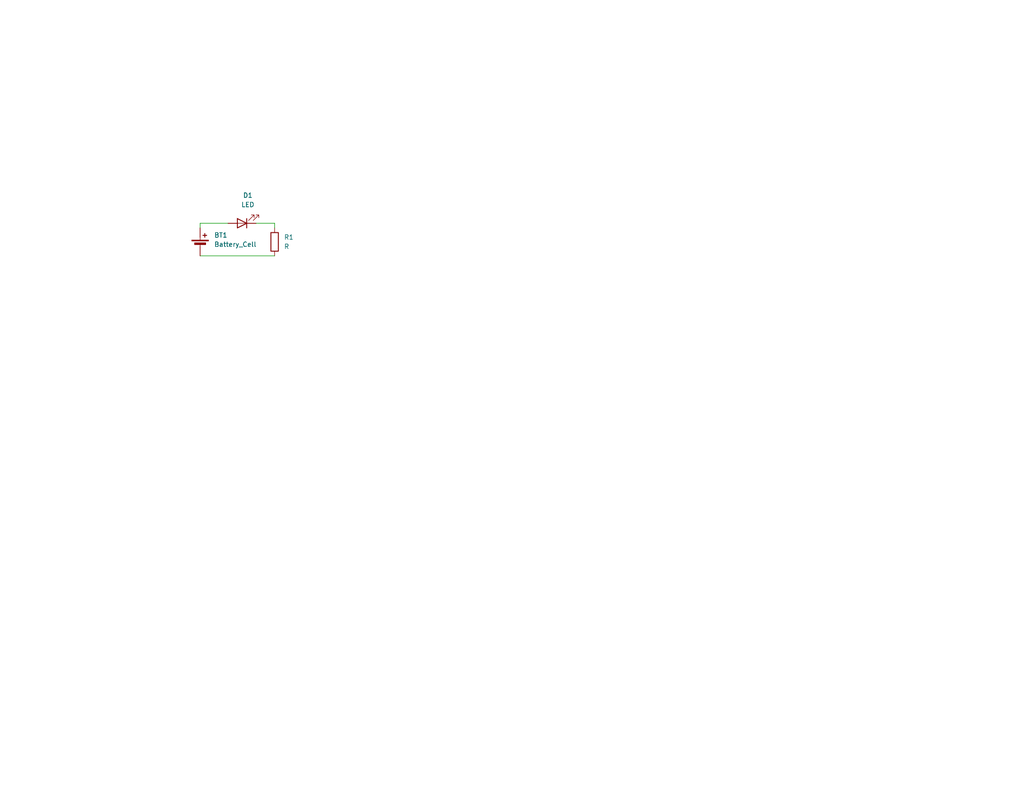
<source format=kicad_sch>
(kicad_sch (version 20231120) (generator "eeschema") (generator_version "8.0")
  (paper "USLetter")
  (title_block (title "Led") (date "2024-10-24") (rev "1.0") (company "Formula Slug"))
  (lib_symbols
    (symbol "Device:Battery_Cell" (pin_numbers hide) (pin_names (offset 0) hide)
      (property "Reference" "BT" (at 2.54 2.54 0))
      (property "Value" "Battery_Cell" (at 2.54 0 0))
      (symbol "Battery_Cell_0_1"
        (rectangle (start -2.286 1.778) (end 2.286 1.524) (fill (type outline)))
        (rectangle (start -1.524 1.016) (end 1.524 0.508) (fill (type outline)))
        (polyline (pts (xy 0 0.762) (xy 0 0)))
        (polyline (pts (xy 0 1.778) (xy 0 2.54)))
        (polyline (pts (xy 0.762 3.048) (xy 1.778 3.048)) (stroke (width 0.254)))
        (polyline (pts (xy 1.27 3.556) (xy 1.27 2.54)) (stroke (width 0.254)))
      )
      (symbol "Battery_Cell_1_1"
        (pin passive line (at 0 5.08 270) (length 2.54) (name "+") (number "1"))
        (pin passive line (at 0 -2.54 90) (length 2.54) (name "-") (number "2"))
      )
    )
    (symbol "Device:LED" (pin_numbers hide) (pin_names (offset 1.016) hide)
      (property "Reference" "D" (at 0 2.54 0))
      (property "Value" "LED" (at 0 -2.54 0))
      (symbol "LED_0_1"
        (polyline (pts (xy -1.27 -1.27) (xy -1.27 1.27)) (stroke (width 0.254)))
        (polyline (pts (xy -1.27 0) (xy 1.27 0)))
        (polyline (pts (xy 1.27 -1.27) (xy 1.27 1.27) (xy -1.27 0) (xy 1.27 -1.27)) (stroke (width 0.254)))
        (polyline (pts (xy -3.048 -0.762) (xy -4.572 -2.286) (xy -3.81 -2.286) (xy -4.572 -2.286) (xy -4.572 -1.524)))
        (polyline (pts (xy -1.778 -0.762) (xy -3.302 -2.286) (xy -2.54 -2.286) (xy -3.302 -2.286) (xy -3.302 -1.524)))
      )
      (symbol "LED_1_1"
        (pin passive line (at -3.81 0 0) (length 2.54) (name "K") (number "1"))
        (pin passive line (at 3.81 0 180) (length 2.54) (name "A") (number "2"))
      )
    )
    (symbol "Device:R" (pin_numbers hide) (pin_names (offset 0))
      (property "Reference" "R" (at 2.032 0 90))
      (property "Value" "R" (at 0 0 90))
      (symbol "R_0_1"
        (rectangle (start -1.016 -2.54) (end 1.016 2.54) (stroke (width 0.254)))
      )
      (symbol "R_1_1"
        (pin passive line (at 0 3.81 270) (length 1.27) (name "~") (number "1"))
        (pin passive line (at 0 -3.81 90) (length 1.27) (name "~") (number "2"))
      )
    )
  )
  (wire (pts (xy 62.23 60.96) (xy 54.61 60.96)))
  (wire (pts (xy 54.61 69.85) (xy 74.93 69.85)))
  (wire (pts (xy 69.85 60.96) (xy 74.93 60.96)))
  (wire (pts (xy 74.93 60.96) (xy 74.93 62.23)))
  (wire (pts (xy 54.61 60.96) (xy 54.61 62.23)))
  (symbol (lib_id "Device:LED") (at 66.04 60.96 180) (unit 1)
    (property "Reference" "D1" (at 67.6275 53.34 0))
    (property "Value" "LED" (at 67.6275 55.88 0))
    (property "Footprint" "LED_SMD:LED_0805_2012Metric_Pad1.15x1.40mm_HandSolder" (effects (hide yes)))
    (property "Description" "Light emitting diode" (effects (hide yes)))
  )
  (symbol (lib_id "Device:R") (at 74.93 66.04 0) (unit 1)
    (property "Reference" "R1" (at 77.47 64.7699 0) (effects (justify left)))
    (property "Value" "R" (at 77.47 67.3099 0) (effects (justify left)))
    (property "Footprint" "Resistor_SMD:R_0805_2012Metric_Pad1.20x1.40mm_HandSolder" (effects (hide yes)))
    (property "Description" "Resistor" (effects (hide yes)))
  )
  (symbol (lib_id "Device:Battery_Cell") (at 54.61 67.31 0) (unit 1)
    (property "Reference" "BT1" (at 58.42 64.1984 0) (effects (justify left)))
    (property "Value" "Battery_Cell" (at 58.42 66.7384 0) (effects (justify left)))
    (property "Footprint" "FS_3_Global_Footprint_Library:MS621FE-FL11E_SEC" (effects (hide yes)))
    (property "Description" "Single-cell battery" (effects (hide yes)))
  )
)
</source>
